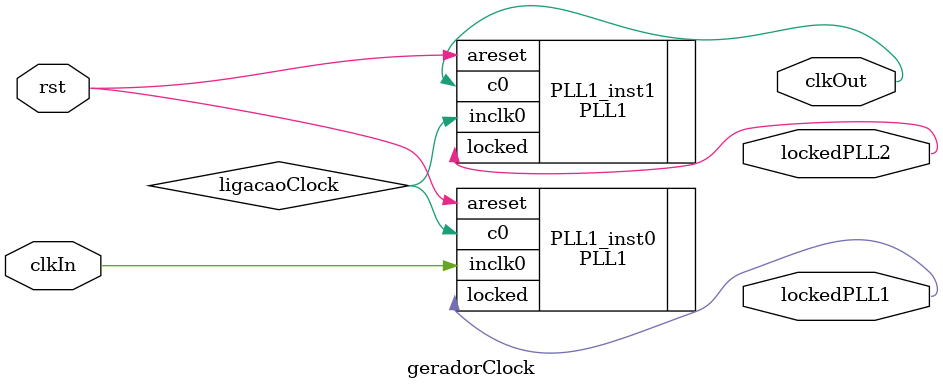
<source format=v>
module geradorClock(
	input clkIn, rst,
	output clkOut, lockedPLL1, lockedPLL2
	);
	
	wire ligacaoClock;
	
	PLL1	PLL1_inst0 (
	.areset 	( rst ),
	.inclk0 	( clkIn ),
	.c0 		( ligacaoClock ),
	.locked 	( lockedPLL1 )
	);
	
	PLL1	PLL1_inst1 (
	.areset 	( rst ),
	.inclk0 	( ligacaoClock ),
	.c0 		( clkOut ),
	.locked 	( lockedPLL2 )
	);
	
endmodule

</source>
